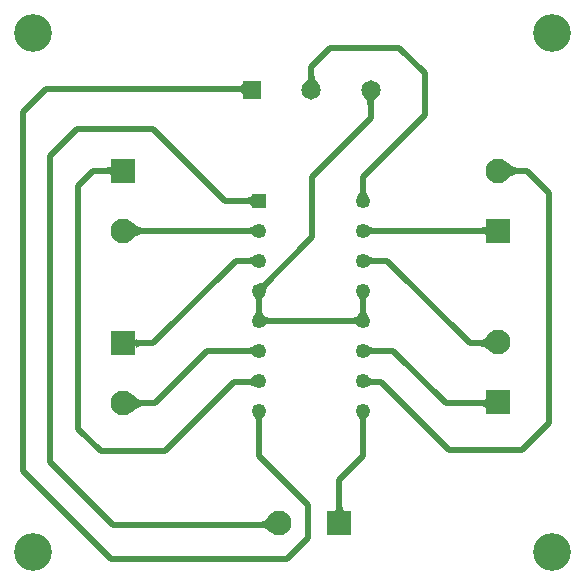
<source format=gbl>
G04*
G04 #@! TF.GenerationSoftware,Altium Limited,Altium Designer,19.0.15 (446)*
G04*
G04 Layer_Physical_Order=2*
G04 Layer_Color=16711680*
%FSLAX44Y44*%
%MOMM*%
G71*
G01*
G75*
%ADD10C,2.1000*%
%ADD11R,2.1000X2.1000*%
%ADD12R,2.1000X2.1000*%
%ADD13R,1.6500X1.6500*%
%ADD14C,1.6500*%
%ADD15C,3.2000*%
%ADD16C,1.2500*%
%ADD17R,1.2500X1.2500*%
%ADD18C,0.5080*%
G36*
X222037Y55880D02*
X222925Y55931D01*
X223802Y56085D01*
X224668Y56341D01*
X225523Y56699D01*
X226367Y57160D01*
X227201Y57723D01*
X228024Y58388D01*
X228836Y59156D01*
X229637Y60026D01*
X230428Y60999D01*
X232206Y46407D01*
X231121Y47242D01*
X229039Y48647D01*
X228042Y49219D01*
X227074Y49702D01*
X226136Y50097D01*
X225227Y50405D01*
X224347Y50624D01*
X223497Y50756D01*
X222676Y50800D01*
X222037Y55880D01*
D02*
G37*
G36*
X218890Y140399D02*
X218872Y141025D01*
X218817Y141623D01*
X218725Y142193D01*
X218596Y142734D01*
X218431Y143248D01*
X218229Y143734D01*
X217991Y144191D01*
X217716Y144621D01*
X217404Y145023D01*
X217055Y145397D01*
X225805D01*
X225456Y145023D01*
X225144Y144621D01*
X224869Y144191D01*
X224631Y143734D01*
X224429Y143248D01*
X224264Y142734D01*
X224135Y142193D01*
X224043Y141623D01*
X223988Y141025D01*
X223970Y140399D01*
X218890D01*
D02*
G37*
G36*
X123168Y153670D02*
X122309Y153622D01*
X121441Y153478D01*
X120564Y153237D01*
X119678Y152900D01*
X118783Y152467D01*
X117880Y151938D01*
X116968Y151313D01*
X116047Y150592D01*
X115117Y149774D01*
X114178Y148860D01*
Y163560D01*
X115117Y162646D01*
X116968Y161107D01*
X117880Y160482D01*
X118783Y159952D01*
X119678Y159520D01*
X120564Y159183D01*
X121441Y158942D01*
X122309Y158798D01*
X123168Y158750D01*
Y153670D01*
D02*
G37*
G36*
X211560Y176530D02*
X212193Y176551D01*
X212787Y176614D01*
X213344Y176720D01*
X213862Y176867D01*
X214342Y177057D01*
X214784Y177288D01*
X215188Y177562D01*
X215553Y177878D01*
X215881Y178237D01*
X216171Y178637D01*
X217949Y170069D01*
X217526Y170332D01*
X217081Y170566D01*
X216614Y170774D01*
X216125Y170953D01*
X215614Y171105D01*
X215080Y171229D01*
X214525Y171326D01*
X213947Y171395D01*
X212726Y171450D01*
X211560Y176530D01*
D02*
G37*
G36*
X122229Y204470D02*
X121258Y204445D01*
X120390Y204368D01*
X119623Y204241D01*
X118959Y204064D01*
X118397Y203835D01*
X117937Y203556D01*
X117579Y203225D01*
X117324Y202844D01*
X117170Y202413D01*
X117119Y201930D01*
Y212090D01*
X117170Y211607D01*
X117324Y211176D01*
X117579Y210795D01*
X117937Y210464D01*
X118397Y210185D01*
X118959Y209956D01*
X119623Y209779D01*
X120390Y209652D01*
X121258Y209575D01*
X122229Y209550D01*
Y204470D01*
D02*
G37*
G36*
X211969Y203200D02*
X212595Y203218D01*
X213193Y203273D01*
X213763Y203365D01*
X214304Y203494D01*
X214818Y203659D01*
X215304Y203861D01*
X215761Y204099D01*
X216191Y204374D01*
X216593Y204686D01*
X216967Y205035D01*
Y196285D01*
X216593Y196634D01*
X216191Y196946D01*
X215761Y197221D01*
X215304Y197459D01*
X214818Y197661D01*
X214304Y197826D01*
X213763Y197955D01*
X213193Y198047D01*
X212595Y198102D01*
X211969Y198120D01*
Y203200D01*
D02*
G37*
G36*
X223970Y235521D02*
X223988Y234895D01*
X224043Y234297D01*
X224135Y233727D01*
X224264Y233186D01*
X224429Y232672D01*
X224631Y232186D01*
X224869Y231729D01*
X225144Y231299D01*
X225456Y230897D01*
X225805Y230523D01*
X217055D01*
X217404Y230897D01*
X217716Y231299D01*
X217991Y231729D01*
X218229Y232186D01*
X218431Y232672D01*
X218596Y233186D01*
X218725Y233727D01*
X218817Y234297D01*
X218872Y234895D01*
X218890Y235521D01*
X223970D01*
D02*
G37*
G36*
X230891Y223520D02*
X230265Y223502D01*
X229667Y223447D01*
X229097Y223355D01*
X228556Y223226D01*
X228042Y223061D01*
X227556Y222859D01*
X227099Y222621D01*
X226669Y222346D01*
X226267Y222034D01*
X225893Y221685D01*
Y230435D01*
X226267Y230086D01*
X226669Y229774D01*
X227099Y229499D01*
X227556Y229261D01*
X228042Y229059D01*
X228556Y228894D01*
X229097Y228765D01*
X229667Y228673D01*
X230265Y228618D01*
X230891Y228600D01*
Y223520D01*
D02*
G37*
G36*
X292100Y70160D02*
X292125Y69188D01*
X292202Y68320D01*
X292329Y67553D01*
X292506Y66889D01*
X292735Y66327D01*
X293014Y65867D01*
X293345Y65509D01*
X293726Y65254D01*
X294157Y65100D01*
X294640Y65049D01*
X284480D01*
X284963Y65100D01*
X285394Y65254D01*
X285775Y65509D01*
X286106Y65867D01*
X286385Y66327D01*
X286614Y66889D01*
X286791Y67553D01*
X286918Y68320D01*
X286995Y69188D01*
X287020Y70160D01*
X292100D01*
D02*
G37*
G36*
X306890Y140399D02*
X306872Y141025D01*
X306817Y141623D01*
X306725Y142193D01*
X306596Y142734D01*
X306431Y143248D01*
X306229Y143734D01*
X305991Y144191D01*
X305716Y144621D01*
X305404Y145023D01*
X305055Y145397D01*
X313805D01*
X313456Y145023D01*
X313144Y144621D01*
X312869Y144191D01*
X312631Y143734D01*
X312429Y143248D01*
X312264Y142734D01*
X312135Y142193D01*
X312043Y141623D01*
X311988Y141025D01*
X311970Y140399D01*
X306890D01*
D02*
G37*
G36*
X318134Y171450D02*
X317513Y171436D01*
X316335Y171326D01*
X315780Y171229D01*
X315246Y171105D01*
X314735Y170953D01*
X314246Y170774D01*
X313779Y170566D01*
X313334Y170332D01*
X312911Y170069D01*
X314689Y178637D01*
X314979Y178237D01*
X315306Y177878D01*
X315672Y177562D01*
X316076Y177288D01*
X316518Y177057D01*
X316998Y176867D01*
X317516Y176720D01*
X318073Y176614D01*
X318667Y176551D01*
X319300Y176530D01*
X318134Y171450D01*
D02*
G37*
G36*
X408630Y158750D02*
X409602Y158775D01*
X410470Y158852D01*
X411237Y158979D01*
X411901Y159156D01*
X412463Y159385D01*
X412923Y159664D01*
X413281Y159995D01*
X413536Y160376D01*
X413690Y160807D01*
X413741Y161290D01*
Y151130D01*
X413690Y151613D01*
X413536Y152044D01*
X413281Y152425D01*
X412923Y152756D01*
X412463Y153035D01*
X411901Y153264D01*
X411237Y153441D01*
X410470Y153568D01*
X409602Y153645D01*
X408630Y153670D01*
Y158750D01*
D02*
G37*
G36*
X299969Y228600D02*
X300595Y228618D01*
X301193Y228673D01*
X301763Y228765D01*
X302304Y228894D01*
X302818Y229059D01*
X303304Y229261D01*
X303761Y229499D01*
X304191Y229774D01*
X304593Y230086D01*
X304967Y230435D01*
Y221685D01*
X304593Y222034D01*
X304191Y222346D01*
X303761Y222621D01*
X303304Y222859D01*
X302818Y223061D01*
X302304Y223226D01*
X301763Y223355D01*
X301193Y223447D01*
X300595Y223502D01*
X299969Y223520D01*
Y228600D01*
D02*
G37*
G36*
X311970Y235521D02*
X311988Y234895D01*
X312043Y234297D01*
X312135Y233727D01*
X312264Y233186D01*
X312429Y232672D01*
X312631Y232186D01*
X312869Y231729D01*
X313144Y231299D01*
X313456Y230897D01*
X313805Y230523D01*
X305055D01*
X305404Y230897D01*
X305716Y231299D01*
X305991Y231729D01*
X306229Y232186D01*
X306431Y232672D01*
X306596Y233186D01*
X306725Y233727D01*
X306817Y234297D01*
X306872Y234895D01*
X306890Y235521D01*
X311970D01*
D02*
G37*
G36*
X318891Y198120D02*
X318265Y198102D01*
X317667Y198047D01*
X317097Y197955D01*
X316556Y197826D01*
X316042Y197661D01*
X315556Y197459D01*
X315099Y197221D01*
X314669Y196946D01*
X314267Y196634D01*
X313893Y196285D01*
Y205035D01*
X314267Y204686D01*
X314669Y204374D01*
X315099Y204099D01*
X315556Y203861D01*
X316042Y203659D01*
X316556Y203494D01*
X317097Y203365D01*
X317667Y203273D01*
X318265Y203218D01*
X318891Y203200D01*
Y198120D01*
D02*
G37*
G36*
X407457Y209550D02*
X408345Y209601D01*
X409222Y209755D01*
X410088Y210011D01*
X410943Y210369D01*
X411787Y210830D01*
X412621Y211393D01*
X413444Y212058D01*
X414256Y212826D01*
X415057Y213696D01*
X415848Y214669D01*
X417626Y200077D01*
X416541Y200912D01*
X414459Y202317D01*
X413462Y202889D01*
X412494Y203372D01*
X411556Y203767D01*
X410647Y204075D01*
X409767Y204294D01*
X408917Y204426D01*
X408096Y204470D01*
X407457Y209550D01*
D02*
G37*
G36*
X207711Y417195D02*
X207660Y417678D01*
X207507Y418109D01*
X207251Y418490D01*
X206893Y418821D01*
X206433Y419100D01*
X205871Y419329D01*
X205207Y419506D01*
X204440Y419633D01*
X203571Y419710D01*
X202600Y419735D01*
Y424815D01*
X203571Y424840D01*
X204440Y424917D01*
X205207Y425044D01*
X205871Y425221D01*
X206433Y425450D01*
X206893Y425729D01*
X207251Y426060D01*
X207507Y426441D01*
X207660Y426872D01*
X207711Y427355D01*
Y417195D01*
D02*
G37*
G36*
X96241Y347980D02*
X96190Y348463D01*
X96037Y348894D01*
X95781Y349275D01*
X95423Y349606D01*
X94963Y349885D01*
X94401Y350114D01*
X93737Y350291D01*
X92970Y350418D01*
X92101Y350495D01*
X91131Y350520D01*
Y355600D01*
X92101Y355625D01*
X92970Y355702D01*
X93737Y355829D01*
X94401Y356006D01*
X94963Y356235D01*
X95423Y356514D01*
X95781Y356845D01*
X96037Y357226D01*
X96190Y357657D01*
X96241Y358140D01*
Y347980D01*
D02*
G37*
G36*
X215241Y322580D02*
X215190Y323063D01*
X215037Y323494D01*
X214781Y323875D01*
X214423Y324206D01*
X213963Y324485D01*
X213401Y324714D01*
X212737Y324891D01*
X211970Y325018D01*
X211101Y325095D01*
X210131Y325120D01*
Y330200D01*
X211101Y330225D01*
X211970Y330302D01*
X212737Y330429D01*
X213401Y330606D01*
X213963Y330835D01*
X214423Y331114D01*
X214781Y331445D01*
X215037Y331826D01*
X215190Y332257D01*
X215241Y332740D01*
Y322580D01*
D02*
G37*
G36*
X216967Y297885D02*
X216593Y298234D01*
X216191Y298546D01*
X215761Y298821D01*
X215304Y299059D01*
X214818Y299261D01*
X214304Y299426D01*
X213763Y299555D01*
X213193Y299647D01*
X212595Y299702D01*
X211969Y299720D01*
Y304800D01*
X212595Y304818D01*
X213193Y304873D01*
X213763Y304965D01*
X214304Y305094D01*
X214818Y305259D01*
X215304Y305461D01*
X215761Y305699D01*
X216191Y305974D01*
X216593Y306286D01*
X216967Y306635D01*
Y297885D01*
D02*
G37*
G36*
X115117Y308696D02*
X116968Y307157D01*
X117880Y306532D01*
X118783Y306003D01*
X119678Y305570D01*
X120564Y305233D01*
X121441Y304992D01*
X122309Y304848D01*
X123168Y304800D01*
Y299720D01*
X122309Y299672D01*
X121441Y299528D01*
X120564Y299287D01*
X119678Y298950D01*
X118783Y298517D01*
X117880Y297988D01*
X116968Y297363D01*
X116047Y296642D01*
X115117Y295824D01*
X114178Y294910D01*
Y309610D01*
X115117Y308696D01*
D02*
G37*
G36*
X216967Y272485D02*
X216593Y272834D01*
X216191Y273146D01*
X215761Y273421D01*
X215304Y273659D01*
X214818Y273861D01*
X214304Y274026D01*
X213763Y274155D01*
X213193Y274247D01*
X212595Y274302D01*
X211969Y274320D01*
Y279400D01*
X212595Y279418D01*
X213193Y279473D01*
X213763Y279565D01*
X214304Y279694D01*
X214818Y279859D01*
X215304Y280061D01*
X215761Y280299D01*
X216191Y280574D01*
X216593Y280886D01*
X216967Y281235D01*
Y272485D01*
D02*
G37*
G36*
X229916Y256354D02*
X229486Y255898D01*
X229102Y255437D01*
X228765Y254969D01*
X228472Y254495D01*
X228226Y254015D01*
X228025Y253529D01*
X227870Y253036D01*
X227761Y252538D01*
X227697Y252033D01*
X227680Y251523D01*
X221493Y257710D01*
X222003Y257727D01*
X222508Y257791D01*
X223006Y257900D01*
X223499Y258055D01*
X223985Y258256D01*
X224465Y258502D01*
X224939Y258795D01*
X225407Y259132D01*
X225868Y259516D01*
X226324Y259946D01*
X229916Y256354D01*
D02*
G37*
G36*
X225456Y246623D02*
X225144Y246221D01*
X224869Y245791D01*
X224631Y245334D01*
X224429Y244848D01*
X224264Y244334D01*
X224135Y243793D01*
X224043Y243223D01*
X223988Y242625D01*
X223970Y241999D01*
X218890D01*
X218872Y242625D01*
X218817Y243223D01*
X218725Y243793D01*
X218596Y244334D01*
X218431Y244848D01*
X218229Y245334D01*
X217991Y245791D01*
X217716Y246221D01*
X217404Y246623D01*
X217055Y246997D01*
X225805D01*
X225456Y246623D01*
D02*
G37*
G36*
X306890Y241999D02*
X306872Y242625D01*
X306817Y243223D01*
X306725Y243793D01*
X306596Y244334D01*
X306431Y244848D01*
X306229Y245334D01*
X305991Y245791D01*
X305716Y246221D01*
X305404Y246623D01*
X305055Y246997D01*
X313805D01*
X313456Y246623D01*
X313144Y246221D01*
X312869Y245791D01*
X312631Y245334D01*
X312429Y244848D01*
X312264Y244334D01*
X312135Y243793D01*
X312043Y243223D01*
X311988Y242625D01*
X311970Y241999D01*
X306890D01*
D02*
G37*
G36*
X318891Y274320D02*
X318265Y274302D01*
X317667Y274247D01*
X317097Y274155D01*
X316556Y274026D01*
X316042Y273861D01*
X315556Y273659D01*
X315099Y273421D01*
X314669Y273146D01*
X314267Y272834D01*
X313893Y272485D01*
Y281235D01*
X314267Y280886D01*
X314669Y280574D01*
X315099Y280299D01*
X315556Y280061D01*
X316042Y279859D01*
X316556Y279694D01*
X317097Y279565D01*
X317667Y279473D01*
X318265Y279418D01*
X318891Y279400D01*
Y274320D01*
D02*
G37*
G36*
Y299720D02*
X318265Y299702D01*
X317667Y299647D01*
X317097Y299555D01*
X316556Y299426D01*
X316042Y299261D01*
X315556Y299059D01*
X315099Y298821D01*
X314669Y298546D01*
X314267Y298234D01*
X313893Y297885D01*
Y306635D01*
X314267Y306286D01*
X314669Y305974D01*
X315099Y305699D01*
X315556Y305461D01*
X316042Y305259D01*
X316556Y305094D01*
X317097Y304965D01*
X317667Y304873D01*
X318265Y304818D01*
X318891Y304800D01*
Y299720D01*
D02*
G37*
G36*
X408630Y304800D02*
X409602Y304825D01*
X410470Y304902D01*
X411237Y305029D01*
X411901Y305206D01*
X412463Y305435D01*
X412923Y305714D01*
X413281Y306045D01*
X413536Y306426D01*
X413690Y306857D01*
X413741Y307340D01*
Y297180D01*
X413690Y297663D01*
X413536Y298094D01*
X413281Y298475D01*
X412923Y298806D01*
X412463Y299085D01*
X411901Y299314D01*
X411237Y299491D01*
X410470Y299618D01*
X409602Y299695D01*
X408630Y299720D01*
Y304800D01*
D02*
G37*
G36*
X268472Y433698D02*
X268569Y432967D01*
X268731Y432248D01*
X268958Y431540D01*
X269249Y430844D01*
X269605Y430159D01*
X270025Y429485D01*
X270510Y428823D01*
X271060Y428172D01*
X271675Y427532D01*
X260125D01*
X260740Y428172D01*
X261290Y428823D01*
X261775Y429485D01*
X262195Y430159D01*
X262551Y430844D01*
X262842Y431540D01*
X263069Y432248D01*
X263231Y432967D01*
X263328Y433698D01*
X263360Y434439D01*
X268440D01*
X268472Y433698D01*
D02*
G37*
G36*
X321060Y415108D02*
X320510Y414457D01*
X320025Y413795D01*
X319605Y413121D01*
X319249Y412436D01*
X318958Y411740D01*
X318731Y411032D01*
X318569Y410313D01*
X318472Y409582D01*
X318440Y408841D01*
X313360D01*
X313328Y409582D01*
X313231Y410313D01*
X313069Y411032D01*
X312842Y411740D01*
X312551Y412436D01*
X312195Y413121D01*
X311775Y413795D01*
X311290Y414457D01*
X310740Y415108D01*
X310125Y415748D01*
X321675D01*
X321060Y415108D01*
D02*
G37*
G36*
X432617Y359496D02*
X434468Y357957D01*
X435380Y357332D01*
X436283Y356802D01*
X437178Y356370D01*
X438064Y356033D01*
X438941Y355792D01*
X439809Y355648D01*
X440668Y355600D01*
Y350520D01*
X439809Y350472D01*
X438941Y350328D01*
X438064Y350087D01*
X437178Y349750D01*
X436283Y349318D01*
X435380Y348788D01*
X434468Y348163D01*
X433547Y347442D01*
X432617Y346624D01*
X431679Y345710D01*
Y360410D01*
X432617Y359496D01*
D02*
G37*
G36*
X311988Y336495D02*
X312043Y335897D01*
X312135Y335327D01*
X312264Y334786D01*
X312429Y334272D01*
X312631Y333786D01*
X312869Y333329D01*
X313144Y332899D01*
X313456Y332497D01*
X313805Y332123D01*
X305055D01*
X305404Y332497D01*
X305716Y332899D01*
X305991Y333329D01*
X306229Y333786D01*
X306431Y334272D01*
X306596Y334786D01*
X306725Y335327D01*
X306817Y335897D01*
X306872Y336495D01*
X306890Y337121D01*
X311970D01*
X311988Y336495D01*
D02*
G37*
D10*
X106680Y302260D02*
D03*
X238760Y54610D02*
D03*
X424180Y208280D02*
D03*
X106680Y156210D02*
D03*
X424180Y353060D02*
D03*
D11*
X106680D02*
D03*
X424180Y157480D02*
D03*
X106680Y207010D02*
D03*
X424180Y302260D02*
D03*
D12*
X289560Y54610D02*
D03*
D13*
X215900Y421640D02*
D03*
D14*
X265900D02*
D03*
X315900D02*
D03*
D15*
X469900Y30000D02*
D03*
X30000D02*
D03*
X469900Y469900D02*
D03*
X30000D02*
D03*
D16*
X309430Y327660D02*
D03*
Y302260D02*
D03*
Y276860D02*
D03*
Y251460D02*
D03*
Y226060D02*
D03*
Y200660D02*
D03*
Y175260D02*
D03*
Y149860D02*
D03*
X221430D02*
D03*
Y175260D02*
D03*
Y200660D02*
D03*
Y226060D02*
D03*
Y251460D02*
D03*
Y276860D02*
D03*
Y302260D02*
D03*
D17*
Y327660D02*
D03*
D18*
X102870Y353060D02*
X109220Y359410D01*
X87630Y115570D02*
X142240D01*
X68580Y134620D02*
X87630Y115570D01*
X68580Y134620D02*
Y340360D01*
X142240Y115570D02*
X200660Y173990D01*
X177800Y200660D02*
X221430D01*
X133350Y156210D02*
X177800Y200660D01*
X107950Y156210D02*
X133350D01*
X200660Y173990D02*
X220160D01*
X201930Y276860D02*
X221430D01*
X132080Y207010D02*
X201930Y276860D01*
X107950Y207010D02*
X132080D01*
X68580Y340360D02*
X81280Y353060D01*
X96520Y24130D02*
X245110D01*
X21590Y99060D02*
X96520Y24130D01*
X21590Y99060D02*
Y402590D01*
X444500Y116840D02*
X467360Y139700D01*
X382270Y116840D02*
X444500D01*
X325120Y173990D02*
X382270Y116840D01*
X467360Y139700D02*
Y334010D01*
X310700Y173990D02*
X325120D01*
X400050Y207010D02*
X424180D01*
X330200Y276860D02*
X400050Y207010D01*
X309430Y276860D02*
X330200D01*
X361950Y400050D02*
Y435610D01*
X309430Y347530D02*
X361950Y400050D01*
X309430Y327660D02*
Y347530D01*
X287020Y53340D02*
X289560Y55880D01*
Y91440D02*
X309430Y111310D01*
X289560Y55880D02*
Y91440D01*
X221430Y111760D02*
Y149860D01*
Y111760D02*
X262890Y70300D01*
X245110Y24130D02*
X262890Y41910D01*
Y70300D01*
X21590Y402590D02*
X41275Y422275D01*
X234950Y50800D02*
X238760Y46990D01*
X97790Y53340D02*
X237490D01*
X44450Y106680D02*
X97790Y53340D01*
X44450Y365760D02*
X67310Y388620D01*
X44450Y106680D02*
Y365760D01*
X67310Y388620D02*
X132080D01*
X193040Y327660D01*
X81280Y353060D02*
X102870D01*
X109220Y302260D02*
X221430D01*
X215265Y422275D02*
X215900Y421640D01*
X41275Y422275D02*
X215265D01*
X340360Y457200D02*
X361950Y435610D01*
X281940Y457200D02*
X340360D01*
X265900Y421640D02*
Y441160D01*
X281940Y457200D01*
X315900Y397180D02*
Y421640D01*
X266700Y347980D02*
X315900Y397180D01*
X266700Y296730D02*
Y347980D01*
X379730Y156210D02*
X424180D01*
X335280Y200660D02*
X379730Y156210D01*
X448310Y353060D02*
X467360Y334010D01*
X424180Y353060D02*
X448310D01*
X419100D02*
X424180D01*
X309430Y302260D02*
X419100D01*
X221430Y251460D02*
X266700Y296730D01*
X221430Y226060D02*
X309430D01*
X221430D02*
Y251460D01*
X309430Y226060D02*
Y251460D01*
X193040Y327660D02*
X221430D01*
X309430Y111310D02*
Y149860D01*
Y200660D02*
X335280D01*
X309430Y175260D02*
X310700Y173990D01*
X220160D02*
X221430Y175260D01*
M02*

</source>
